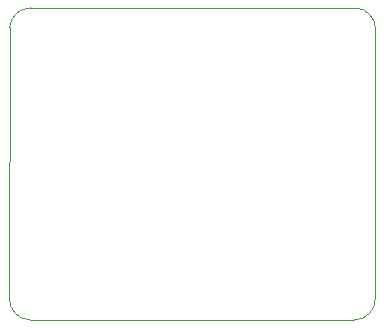
<source format=gbr>
%TF.GenerationSoftware,KiCad,Pcbnew,(5.1.6)-1*%
%TF.CreationDate,2020-11-07T21:34:24+01:00*%
%TF.ProjectId,ArduinoProMicroUSB,41726475-696e-46f5-9072-6f4d6963726f,rev?*%
%TF.SameCoordinates,Original*%
%TF.FileFunction,Profile,NP*%
%FSLAX46Y46*%
G04 Gerber Fmt 4.6, Leading zero omitted, Abs format (unit mm)*
G04 Created by KiCad (PCBNEW (5.1.6)-1) date 2020-11-07 21:34:24*
%MOMM*%
%LPD*%
G01*
G04 APERTURE LIST*
%TA.AperFunction,Profile*%
%ADD10C,0.050000*%
%TD*%
G04 APERTURE END LIST*
D10*
X117343482Y-95631323D02*
G75*
G02*
X115570000Y-97536000I-1773482J-126677D01*
G01*
X88074540Y-97534867D02*
G75*
G02*
X86360000Y-95758000I63460J1776867D01*
G01*
X115696677Y-71124518D02*
G75*
G02*
X117348000Y-72898000I-126677J-1773482D01*
G01*
X86364518Y-72771323D02*
G75*
G02*
X88138000Y-71120000I1773482J-126677D01*
G01*
X115570000Y-97536000D02*
X88074540Y-97534867D01*
X86360000Y-95758000D02*
X86364518Y-72771323D01*
X88138000Y-71120000D02*
X115696677Y-71124518D01*
X117348000Y-72898000D02*
X117343482Y-95631323D01*
M02*

</source>
